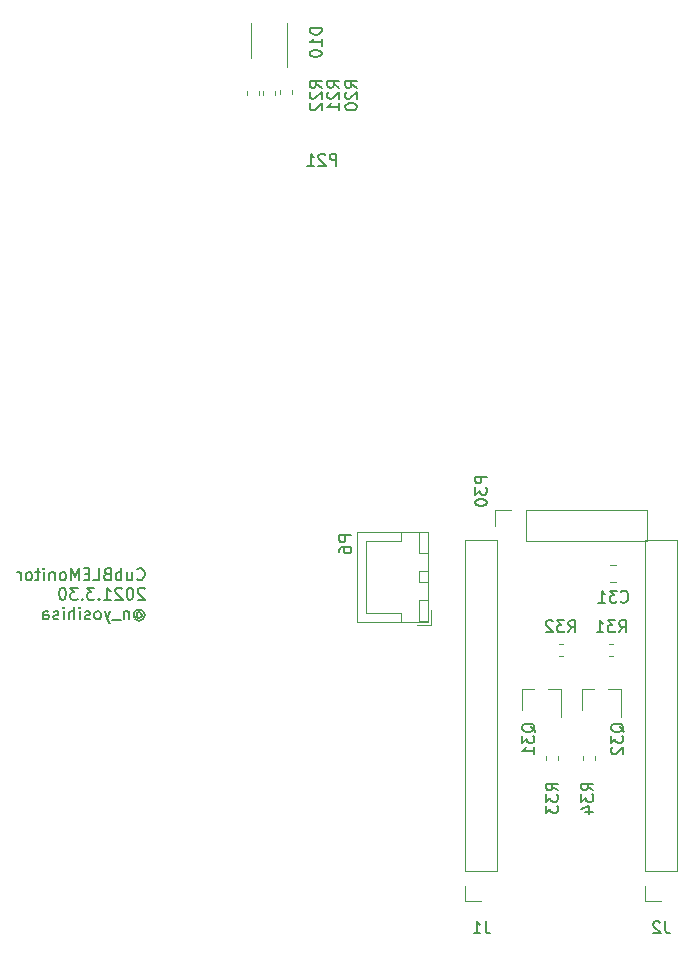
<source format=gbo>
%TF.GenerationSoftware,KiCad,Pcbnew,(5.1.6)-1*%
%TF.CreationDate,2021-03-30T00:51:02+09:00*%
%TF.ProjectId,CubBELMonitor,43756242-454c-44d6-9f6e-69746f722e6b,rev?*%
%TF.SameCoordinates,Original*%
%TF.FileFunction,Legend,Bot*%
%TF.FilePolarity,Positive*%
%FSLAX46Y46*%
G04 Gerber Fmt 4.6, Leading zero omitted, Abs format (unit mm)*
G04 Created by KiCad (PCBNEW (5.1.6)-1) date 2021-03-30 00:51:02*
%MOMM*%
%LPD*%
G01*
G04 APERTURE LIST*
%ADD10C,0.150000*%
%ADD11C,0.120000*%
%ADD12O,1.950000X1.700000*%
%ADD13O,2.000000X1.700000*%
%ADD14R,1.200000X4.000000*%
%ADD15R,0.800000X0.900000*%
%ADD16R,1.700000X1.700000*%
%ADD17O,1.700000X1.700000*%
%ADD18O,1.700000X1.950000*%
%ADD19O,1.700000X2.000000*%
%ADD20R,0.500000X1.600000*%
G04 APERTURE END LIST*
D10*
X113842976Y-79957142D02*
X113890595Y-80004761D01*
X114033452Y-80052380D01*
X114128690Y-80052380D01*
X114271547Y-80004761D01*
X114366785Y-79909523D01*
X114414404Y-79814285D01*
X114462023Y-79623809D01*
X114462023Y-79480952D01*
X114414404Y-79290476D01*
X114366785Y-79195238D01*
X114271547Y-79100000D01*
X114128690Y-79052380D01*
X114033452Y-79052380D01*
X113890595Y-79100000D01*
X113842976Y-79147619D01*
X112985833Y-79385714D02*
X112985833Y-80052380D01*
X113414404Y-79385714D02*
X113414404Y-79909523D01*
X113366785Y-80004761D01*
X113271547Y-80052380D01*
X113128690Y-80052380D01*
X113033452Y-80004761D01*
X112985833Y-79957142D01*
X112509642Y-80052380D02*
X112509642Y-79052380D01*
X112509642Y-79433333D02*
X112414404Y-79385714D01*
X112223928Y-79385714D01*
X112128690Y-79433333D01*
X112081071Y-79480952D01*
X112033452Y-79576190D01*
X112033452Y-79861904D01*
X112081071Y-79957142D01*
X112128690Y-80004761D01*
X112223928Y-80052380D01*
X112414404Y-80052380D01*
X112509642Y-80004761D01*
X111271547Y-79528571D02*
X111128690Y-79576190D01*
X111081071Y-79623809D01*
X111033452Y-79719047D01*
X111033452Y-79861904D01*
X111081071Y-79957142D01*
X111128690Y-80004761D01*
X111223928Y-80052380D01*
X111604880Y-80052380D01*
X111604880Y-79052380D01*
X111271547Y-79052380D01*
X111176309Y-79100000D01*
X111128690Y-79147619D01*
X111081071Y-79242857D01*
X111081071Y-79338095D01*
X111128690Y-79433333D01*
X111176309Y-79480952D01*
X111271547Y-79528571D01*
X111604880Y-79528571D01*
X110128690Y-80052380D02*
X110604880Y-80052380D01*
X110604880Y-79052380D01*
X109795357Y-79528571D02*
X109462023Y-79528571D01*
X109319166Y-80052380D02*
X109795357Y-80052380D01*
X109795357Y-79052380D01*
X109319166Y-79052380D01*
X108890595Y-80052380D02*
X108890595Y-79052380D01*
X108557261Y-79766666D01*
X108223928Y-79052380D01*
X108223928Y-80052380D01*
X107604880Y-80052380D02*
X107700119Y-80004761D01*
X107747738Y-79957142D01*
X107795357Y-79861904D01*
X107795357Y-79576190D01*
X107747738Y-79480952D01*
X107700119Y-79433333D01*
X107604880Y-79385714D01*
X107462023Y-79385714D01*
X107366785Y-79433333D01*
X107319166Y-79480952D01*
X107271547Y-79576190D01*
X107271547Y-79861904D01*
X107319166Y-79957142D01*
X107366785Y-80004761D01*
X107462023Y-80052380D01*
X107604880Y-80052380D01*
X106842976Y-79385714D02*
X106842976Y-80052380D01*
X106842976Y-79480952D02*
X106795357Y-79433333D01*
X106700119Y-79385714D01*
X106557261Y-79385714D01*
X106462023Y-79433333D01*
X106414404Y-79528571D01*
X106414404Y-80052380D01*
X105938214Y-80052380D02*
X105938214Y-79385714D01*
X105938214Y-79052380D02*
X105985833Y-79100000D01*
X105938214Y-79147619D01*
X105890595Y-79100000D01*
X105938214Y-79052380D01*
X105938214Y-79147619D01*
X105604880Y-79385714D02*
X105223928Y-79385714D01*
X105462023Y-79052380D02*
X105462023Y-79909523D01*
X105414404Y-80004761D01*
X105319166Y-80052380D01*
X105223928Y-80052380D01*
X104747738Y-80052380D02*
X104842976Y-80004761D01*
X104890595Y-79957142D01*
X104938214Y-79861904D01*
X104938214Y-79576190D01*
X104890595Y-79480952D01*
X104842976Y-79433333D01*
X104747738Y-79385714D01*
X104604880Y-79385714D01*
X104509642Y-79433333D01*
X104462023Y-79480952D01*
X104414404Y-79576190D01*
X104414404Y-79861904D01*
X104462023Y-79957142D01*
X104509642Y-80004761D01*
X104604880Y-80052380D01*
X104747738Y-80052380D01*
X103985833Y-80052380D02*
X103985833Y-79385714D01*
X103985833Y-79576190D02*
X103938214Y-79480952D01*
X103890595Y-79433333D01*
X103795357Y-79385714D01*
X103700119Y-79385714D01*
X114462023Y-80797619D02*
X114414404Y-80750000D01*
X114319166Y-80702380D01*
X114081071Y-80702380D01*
X113985833Y-80750000D01*
X113938214Y-80797619D01*
X113890595Y-80892857D01*
X113890595Y-80988095D01*
X113938214Y-81130952D01*
X114509642Y-81702380D01*
X113890595Y-81702380D01*
X113271547Y-80702380D02*
X113176309Y-80702380D01*
X113081071Y-80750000D01*
X113033452Y-80797619D01*
X112985833Y-80892857D01*
X112938214Y-81083333D01*
X112938214Y-81321428D01*
X112985833Y-81511904D01*
X113033452Y-81607142D01*
X113081071Y-81654761D01*
X113176309Y-81702380D01*
X113271547Y-81702380D01*
X113366785Y-81654761D01*
X113414404Y-81607142D01*
X113462023Y-81511904D01*
X113509642Y-81321428D01*
X113509642Y-81083333D01*
X113462023Y-80892857D01*
X113414404Y-80797619D01*
X113366785Y-80750000D01*
X113271547Y-80702380D01*
X112557261Y-80797619D02*
X112509642Y-80750000D01*
X112414404Y-80702380D01*
X112176309Y-80702380D01*
X112081071Y-80750000D01*
X112033452Y-80797619D01*
X111985833Y-80892857D01*
X111985833Y-80988095D01*
X112033452Y-81130952D01*
X112604880Y-81702380D01*
X111985833Y-81702380D01*
X111033452Y-81702380D02*
X111604880Y-81702380D01*
X111319166Y-81702380D02*
X111319166Y-80702380D01*
X111414404Y-80845238D01*
X111509642Y-80940476D01*
X111604880Y-80988095D01*
X110604880Y-81607142D02*
X110557261Y-81654761D01*
X110604880Y-81702380D01*
X110652500Y-81654761D01*
X110604880Y-81607142D01*
X110604880Y-81702380D01*
X110223928Y-80702380D02*
X109604880Y-80702380D01*
X109938214Y-81083333D01*
X109795357Y-81083333D01*
X109700119Y-81130952D01*
X109652500Y-81178571D01*
X109604880Y-81273809D01*
X109604880Y-81511904D01*
X109652500Y-81607142D01*
X109700119Y-81654761D01*
X109795357Y-81702380D01*
X110081071Y-81702380D01*
X110176309Y-81654761D01*
X110223928Y-81607142D01*
X109176309Y-81607142D02*
X109128690Y-81654761D01*
X109176309Y-81702380D01*
X109223928Y-81654761D01*
X109176309Y-81607142D01*
X109176309Y-81702380D01*
X108795357Y-80702380D02*
X108176309Y-80702380D01*
X108509642Y-81083333D01*
X108366785Y-81083333D01*
X108271547Y-81130952D01*
X108223928Y-81178571D01*
X108176309Y-81273809D01*
X108176309Y-81511904D01*
X108223928Y-81607142D01*
X108271547Y-81654761D01*
X108366785Y-81702380D01*
X108652500Y-81702380D01*
X108747738Y-81654761D01*
X108795357Y-81607142D01*
X107557261Y-80702380D02*
X107462023Y-80702380D01*
X107366785Y-80750000D01*
X107319166Y-80797619D01*
X107271547Y-80892857D01*
X107223928Y-81083333D01*
X107223928Y-81321428D01*
X107271547Y-81511904D01*
X107319166Y-81607142D01*
X107366785Y-81654761D01*
X107462023Y-81702380D01*
X107557261Y-81702380D01*
X107652500Y-81654761D01*
X107700119Y-81607142D01*
X107747738Y-81511904D01*
X107795357Y-81321428D01*
X107795357Y-81083333D01*
X107747738Y-80892857D01*
X107700119Y-80797619D01*
X107652500Y-80750000D01*
X107557261Y-80702380D01*
X113795357Y-82876190D02*
X113842976Y-82828571D01*
X113938214Y-82780952D01*
X114033452Y-82780952D01*
X114128690Y-82828571D01*
X114176309Y-82876190D01*
X114223928Y-82971428D01*
X114223928Y-83066666D01*
X114176309Y-83161904D01*
X114128690Y-83209523D01*
X114033452Y-83257142D01*
X113938214Y-83257142D01*
X113842976Y-83209523D01*
X113795357Y-83161904D01*
X113795357Y-82780952D02*
X113795357Y-83161904D01*
X113747738Y-83209523D01*
X113700119Y-83209523D01*
X113604880Y-83161904D01*
X113557261Y-83066666D01*
X113557261Y-82828571D01*
X113652500Y-82685714D01*
X113795357Y-82590476D01*
X113985833Y-82542857D01*
X114176309Y-82590476D01*
X114319166Y-82685714D01*
X114414404Y-82828571D01*
X114462023Y-83019047D01*
X114414404Y-83209523D01*
X114319166Y-83352380D01*
X114176309Y-83447619D01*
X113985833Y-83495238D01*
X113795357Y-83447619D01*
X113652500Y-83352380D01*
X113128690Y-82685714D02*
X113128690Y-83352380D01*
X113128690Y-82780952D02*
X113081071Y-82733333D01*
X112985833Y-82685714D01*
X112842976Y-82685714D01*
X112747738Y-82733333D01*
X112700119Y-82828571D01*
X112700119Y-83352380D01*
X112462023Y-83447619D02*
X111700119Y-83447619D01*
X111557261Y-82685714D02*
X111319166Y-83352380D01*
X111081071Y-82685714D02*
X111319166Y-83352380D01*
X111414404Y-83590476D01*
X111462023Y-83638095D01*
X111557261Y-83685714D01*
X110557261Y-83352380D02*
X110652500Y-83304761D01*
X110700119Y-83257142D01*
X110747738Y-83161904D01*
X110747738Y-82876190D01*
X110700119Y-82780952D01*
X110652500Y-82733333D01*
X110557261Y-82685714D01*
X110414404Y-82685714D01*
X110319166Y-82733333D01*
X110271547Y-82780952D01*
X110223928Y-82876190D01*
X110223928Y-83161904D01*
X110271547Y-83257142D01*
X110319166Y-83304761D01*
X110414404Y-83352380D01*
X110557261Y-83352380D01*
X109842976Y-83304761D02*
X109747738Y-83352380D01*
X109557261Y-83352380D01*
X109462023Y-83304761D01*
X109414404Y-83209523D01*
X109414404Y-83161904D01*
X109462023Y-83066666D01*
X109557261Y-83019047D01*
X109700119Y-83019047D01*
X109795357Y-82971428D01*
X109842976Y-82876190D01*
X109842976Y-82828571D01*
X109795357Y-82733333D01*
X109700119Y-82685714D01*
X109557261Y-82685714D01*
X109462023Y-82733333D01*
X108985833Y-83352380D02*
X108985833Y-82685714D01*
X108985833Y-82352380D02*
X109033452Y-82400000D01*
X108985833Y-82447619D01*
X108938214Y-82400000D01*
X108985833Y-82352380D01*
X108985833Y-82447619D01*
X108509642Y-83352380D02*
X108509642Y-82352380D01*
X108081071Y-83352380D02*
X108081071Y-82828571D01*
X108128690Y-82733333D01*
X108223928Y-82685714D01*
X108366785Y-82685714D01*
X108462023Y-82733333D01*
X108509642Y-82780952D01*
X107604880Y-83352380D02*
X107604880Y-82685714D01*
X107604880Y-82352380D02*
X107652500Y-82400000D01*
X107604880Y-82447619D01*
X107557261Y-82400000D01*
X107604880Y-82352380D01*
X107604880Y-82447619D01*
X107176309Y-83304761D02*
X107081071Y-83352380D01*
X106890595Y-83352380D01*
X106795357Y-83304761D01*
X106747738Y-83209523D01*
X106747738Y-83161904D01*
X106795357Y-83066666D01*
X106890595Y-83019047D01*
X107033452Y-83019047D01*
X107128690Y-82971428D01*
X107176309Y-82876190D01*
X107176309Y-82828571D01*
X107128690Y-82733333D01*
X107033452Y-82685714D01*
X106890595Y-82685714D01*
X106795357Y-82733333D01*
X105890595Y-83352380D02*
X105890595Y-82828571D01*
X105938214Y-82733333D01*
X106033452Y-82685714D01*
X106223928Y-82685714D01*
X106319166Y-82733333D01*
X105890595Y-83304761D02*
X105985833Y-83352380D01*
X106223928Y-83352380D01*
X106319166Y-83304761D01*
X106366785Y-83209523D01*
X106366785Y-83114285D01*
X106319166Y-83019047D01*
X106223928Y-82971428D01*
X105985833Y-82971428D01*
X105890595Y-82923809D01*
D11*
%TO.C,P6*%
X138460000Y-83560000D02*
X132490000Y-83560000D01*
X132490000Y-83560000D02*
X132490000Y-75940000D01*
X132490000Y-75940000D02*
X138460000Y-75940000D01*
X138460000Y-75940000D02*
X138460000Y-83560000D01*
X138450000Y-80250000D02*
X137700000Y-80250000D01*
X137700000Y-80250000D02*
X137700000Y-79250000D01*
X137700000Y-79250000D02*
X138450000Y-79250000D01*
X138450000Y-79250000D02*
X138450000Y-80250000D01*
X138450000Y-83550000D02*
X137700000Y-83550000D01*
X137700000Y-83550000D02*
X137700000Y-81750000D01*
X137700000Y-81750000D02*
X138450000Y-81750000D01*
X138450000Y-81750000D02*
X138450000Y-83550000D01*
X138450000Y-77750000D02*
X137700000Y-77750000D01*
X137700000Y-77750000D02*
X137700000Y-75950000D01*
X137700000Y-75950000D02*
X138450000Y-75950000D01*
X138450000Y-75950000D02*
X138450000Y-77750000D01*
X136200000Y-83550000D02*
X136200000Y-82800000D01*
X136200000Y-82800000D02*
X133250000Y-82800000D01*
X133250000Y-82800000D02*
X133250000Y-79750000D01*
X136200000Y-75950000D02*
X136200000Y-76700000D01*
X136200000Y-76700000D02*
X133250000Y-76700000D01*
X133250000Y-76700000D02*
X133250000Y-79750000D01*
X138750000Y-82600000D02*
X138750000Y-83850000D01*
X138750000Y-83850000D02*
X137500000Y-83850000D01*
%TO.C,R34*%
X151594000Y-95246267D02*
X151594000Y-94903733D01*
X152614000Y-95246267D02*
X152614000Y-94903733D01*
%TO.C,R33*%
X149510000Y-94928733D02*
X149510000Y-95271267D01*
X148490000Y-94928733D02*
X148490000Y-95271267D01*
%TO.C,R32*%
X149533733Y-85420000D02*
X149876267Y-85420000D01*
X149533733Y-86440000D02*
X149876267Y-86440000D01*
%TO.C,R31*%
X154166267Y-86440000D02*
X153823733Y-86440000D01*
X154166267Y-85420000D02*
X153823733Y-85420000D01*
%TO.C,R22*%
X124123000Y-38612733D02*
X124123000Y-38955267D01*
X123103000Y-38612733D02*
X123103000Y-38955267D01*
%TO.C,R21*%
X125520000Y-38612733D02*
X125520000Y-38955267D01*
X124500000Y-38612733D02*
X124500000Y-38955267D01*
%TO.C,R20*%
X126917000Y-38584733D02*
X126917000Y-38927267D01*
X125897000Y-38584733D02*
X125897000Y-38927267D01*
%TO.C,Q32*%
X151470000Y-89228000D02*
X152520000Y-89228000D01*
X151470000Y-91028000D02*
X151470000Y-89228000D01*
X154770000Y-89228000D02*
X153720000Y-89228000D01*
X154770000Y-91628000D02*
X154770000Y-89228000D01*
%TO.C,Q31*%
X146390000Y-89228000D02*
X147440000Y-89228000D01*
X146390000Y-91028000D02*
X146390000Y-89228000D01*
X149690000Y-89228000D02*
X148640000Y-89228000D01*
X149690000Y-91628000D02*
X149690000Y-89228000D01*
%TO.C,P30*%
X144170000Y-74110000D02*
X144170000Y-75440000D01*
X145500000Y-74110000D02*
X144170000Y-74110000D01*
X146770000Y-74110000D02*
X146770000Y-76770000D01*
X146770000Y-76770000D02*
X156990000Y-76770000D01*
X146770000Y-74110000D02*
X156990000Y-74110000D01*
X156990000Y-74110000D02*
X156990000Y-76770000D01*
%TO.C,J2*%
X156870000Y-107250000D02*
X158200000Y-107250000D01*
X156870000Y-105920000D02*
X156870000Y-107250000D01*
X156870000Y-104650000D02*
X159530000Y-104650000D01*
X159530000Y-104650000D02*
X159530000Y-76650000D01*
X156870000Y-104650000D02*
X156870000Y-76650000D01*
X156870000Y-76650000D02*
X159530000Y-76650000D01*
%TO.C,J1*%
X141630000Y-107250000D02*
X142960000Y-107250000D01*
X141630000Y-105920000D02*
X141630000Y-107250000D01*
X141630000Y-104650000D02*
X144290000Y-104650000D01*
X144290000Y-104650000D02*
X144290000Y-76650000D01*
X141630000Y-104650000D02*
X141630000Y-76650000D01*
X141630000Y-76650000D02*
X144290000Y-76650000D01*
%TO.C,D10*%
X123500000Y-35874000D02*
X123500000Y-32874000D01*
X126520000Y-36574000D02*
X126520000Y-32874000D01*
%TO.C,C31*%
X153883748Y-78794000D02*
X154406252Y-78794000D01*
X153883748Y-80214000D02*
X154406252Y-80214000D01*
%TO.C,P6*%
D10*
X131952380Y-76261904D02*
X130952380Y-76261904D01*
X130952380Y-76642857D01*
X131000000Y-76738095D01*
X131047619Y-76785714D01*
X131142857Y-76833333D01*
X131285714Y-76833333D01*
X131380952Y-76785714D01*
X131428571Y-76738095D01*
X131476190Y-76642857D01*
X131476190Y-76261904D01*
X130952380Y-77690476D02*
X130952380Y-77500000D01*
X131000000Y-77404761D01*
X131047619Y-77357142D01*
X131190476Y-77261904D01*
X131380952Y-77214285D01*
X131761904Y-77214285D01*
X131857142Y-77261904D01*
X131904761Y-77309523D01*
X131952380Y-77404761D01*
X131952380Y-77595238D01*
X131904761Y-77690476D01*
X131857142Y-77738095D01*
X131761904Y-77785714D01*
X131523809Y-77785714D01*
X131428571Y-77738095D01*
X131380952Y-77690476D01*
X131333333Y-77595238D01*
X131333333Y-77404761D01*
X131380952Y-77309523D01*
X131428571Y-77261904D01*
X131523809Y-77214285D01*
%TO.C,P21*%
X130714285Y-44952380D02*
X130714285Y-43952380D01*
X130333333Y-43952380D01*
X130238095Y-44000000D01*
X130190476Y-44047619D01*
X130142857Y-44142857D01*
X130142857Y-44285714D01*
X130190476Y-44380952D01*
X130238095Y-44428571D01*
X130333333Y-44476190D01*
X130714285Y-44476190D01*
X129761904Y-44047619D02*
X129714285Y-44000000D01*
X129619047Y-43952380D01*
X129380952Y-43952380D01*
X129285714Y-44000000D01*
X129238095Y-44047619D01*
X129190476Y-44142857D01*
X129190476Y-44238095D01*
X129238095Y-44380952D01*
X129809523Y-44952380D01*
X129190476Y-44952380D01*
X128238095Y-44952380D02*
X128809523Y-44952380D01*
X128523809Y-44952380D02*
X128523809Y-43952380D01*
X128619047Y-44095238D01*
X128714285Y-44190476D01*
X128809523Y-44238095D01*
%TO.C,R34*%
X152452380Y-97857142D02*
X151976190Y-97523809D01*
X152452380Y-97285714D02*
X151452380Y-97285714D01*
X151452380Y-97666666D01*
X151500000Y-97761904D01*
X151547619Y-97809523D01*
X151642857Y-97857142D01*
X151785714Y-97857142D01*
X151880952Y-97809523D01*
X151928571Y-97761904D01*
X151976190Y-97666666D01*
X151976190Y-97285714D01*
X151452380Y-98190476D02*
X151452380Y-98809523D01*
X151833333Y-98476190D01*
X151833333Y-98619047D01*
X151880952Y-98714285D01*
X151928571Y-98761904D01*
X152023809Y-98809523D01*
X152261904Y-98809523D01*
X152357142Y-98761904D01*
X152404761Y-98714285D01*
X152452380Y-98619047D01*
X152452380Y-98333333D01*
X152404761Y-98238095D01*
X152357142Y-98190476D01*
X151785714Y-99666666D02*
X152452380Y-99666666D01*
X151404761Y-99428571D02*
X152119047Y-99190476D01*
X152119047Y-99809523D01*
%TO.C,R33*%
X149452380Y-97857142D02*
X148976190Y-97523809D01*
X149452380Y-97285714D02*
X148452380Y-97285714D01*
X148452380Y-97666666D01*
X148500000Y-97761904D01*
X148547619Y-97809523D01*
X148642857Y-97857142D01*
X148785714Y-97857142D01*
X148880952Y-97809523D01*
X148928571Y-97761904D01*
X148976190Y-97666666D01*
X148976190Y-97285714D01*
X148452380Y-98190476D02*
X148452380Y-98809523D01*
X148833333Y-98476190D01*
X148833333Y-98619047D01*
X148880952Y-98714285D01*
X148928571Y-98761904D01*
X149023809Y-98809523D01*
X149261904Y-98809523D01*
X149357142Y-98761904D01*
X149404761Y-98714285D01*
X149452380Y-98619047D01*
X149452380Y-98333333D01*
X149404761Y-98238095D01*
X149357142Y-98190476D01*
X148452380Y-99142857D02*
X148452380Y-99761904D01*
X148833333Y-99428571D01*
X148833333Y-99571428D01*
X148880952Y-99666666D01*
X148928571Y-99714285D01*
X149023809Y-99761904D01*
X149261904Y-99761904D01*
X149357142Y-99714285D01*
X149404761Y-99666666D01*
X149452380Y-99571428D01*
X149452380Y-99285714D01*
X149404761Y-99190476D01*
X149357142Y-99142857D01*
%TO.C,R32*%
X150347857Y-84452380D02*
X150681190Y-83976190D01*
X150919285Y-84452380D02*
X150919285Y-83452380D01*
X150538333Y-83452380D01*
X150443095Y-83500000D01*
X150395476Y-83547619D01*
X150347857Y-83642857D01*
X150347857Y-83785714D01*
X150395476Y-83880952D01*
X150443095Y-83928571D01*
X150538333Y-83976190D01*
X150919285Y-83976190D01*
X150014523Y-83452380D02*
X149395476Y-83452380D01*
X149728809Y-83833333D01*
X149585952Y-83833333D01*
X149490714Y-83880952D01*
X149443095Y-83928571D01*
X149395476Y-84023809D01*
X149395476Y-84261904D01*
X149443095Y-84357142D01*
X149490714Y-84404761D01*
X149585952Y-84452380D01*
X149871666Y-84452380D01*
X149966904Y-84404761D01*
X150014523Y-84357142D01*
X149014523Y-83547619D02*
X148966904Y-83500000D01*
X148871666Y-83452380D01*
X148633571Y-83452380D01*
X148538333Y-83500000D01*
X148490714Y-83547619D01*
X148443095Y-83642857D01*
X148443095Y-83738095D01*
X148490714Y-83880952D01*
X149062142Y-84452380D01*
X148443095Y-84452380D01*
%TO.C,R31*%
X154637857Y-84452380D02*
X154971190Y-83976190D01*
X155209285Y-84452380D02*
X155209285Y-83452380D01*
X154828333Y-83452380D01*
X154733095Y-83500000D01*
X154685476Y-83547619D01*
X154637857Y-83642857D01*
X154637857Y-83785714D01*
X154685476Y-83880952D01*
X154733095Y-83928571D01*
X154828333Y-83976190D01*
X155209285Y-83976190D01*
X154304523Y-83452380D02*
X153685476Y-83452380D01*
X154018809Y-83833333D01*
X153875952Y-83833333D01*
X153780714Y-83880952D01*
X153733095Y-83928571D01*
X153685476Y-84023809D01*
X153685476Y-84261904D01*
X153733095Y-84357142D01*
X153780714Y-84404761D01*
X153875952Y-84452380D01*
X154161666Y-84452380D01*
X154256904Y-84404761D01*
X154304523Y-84357142D01*
X152733095Y-84452380D02*
X153304523Y-84452380D01*
X153018809Y-84452380D02*
X153018809Y-83452380D01*
X153114047Y-83595238D01*
X153209285Y-83690476D01*
X153304523Y-83738095D01*
%TO.C,R22*%
X129452380Y-38357142D02*
X128976190Y-38023809D01*
X129452380Y-37785714D02*
X128452380Y-37785714D01*
X128452380Y-38166666D01*
X128500000Y-38261904D01*
X128547619Y-38309523D01*
X128642857Y-38357142D01*
X128785714Y-38357142D01*
X128880952Y-38309523D01*
X128928571Y-38261904D01*
X128976190Y-38166666D01*
X128976190Y-37785714D01*
X128547619Y-38738095D02*
X128500000Y-38785714D01*
X128452380Y-38880952D01*
X128452380Y-39119047D01*
X128500000Y-39214285D01*
X128547619Y-39261904D01*
X128642857Y-39309523D01*
X128738095Y-39309523D01*
X128880952Y-39261904D01*
X129452380Y-38690476D01*
X129452380Y-39309523D01*
X128547619Y-39690476D02*
X128500000Y-39738095D01*
X128452380Y-39833333D01*
X128452380Y-40071428D01*
X128500000Y-40166666D01*
X128547619Y-40214285D01*
X128642857Y-40261904D01*
X128738095Y-40261904D01*
X128880952Y-40214285D01*
X129452380Y-39642857D01*
X129452380Y-40261904D01*
%TO.C,R21*%
X130952380Y-38357142D02*
X130476190Y-38023809D01*
X130952380Y-37785714D02*
X129952380Y-37785714D01*
X129952380Y-38166666D01*
X130000000Y-38261904D01*
X130047619Y-38309523D01*
X130142857Y-38357142D01*
X130285714Y-38357142D01*
X130380952Y-38309523D01*
X130428571Y-38261904D01*
X130476190Y-38166666D01*
X130476190Y-37785714D01*
X130047619Y-38738095D02*
X130000000Y-38785714D01*
X129952380Y-38880952D01*
X129952380Y-39119047D01*
X130000000Y-39214285D01*
X130047619Y-39261904D01*
X130142857Y-39309523D01*
X130238095Y-39309523D01*
X130380952Y-39261904D01*
X130952380Y-38690476D01*
X130952380Y-39309523D01*
X130952380Y-40261904D02*
X130952380Y-39690476D01*
X130952380Y-39976190D02*
X129952380Y-39976190D01*
X130095238Y-39880952D01*
X130190476Y-39785714D01*
X130238095Y-39690476D01*
%TO.C,R20*%
X132452380Y-38357142D02*
X131976190Y-38023809D01*
X132452380Y-37785714D02*
X131452380Y-37785714D01*
X131452380Y-38166666D01*
X131500000Y-38261904D01*
X131547619Y-38309523D01*
X131642857Y-38357142D01*
X131785714Y-38357142D01*
X131880952Y-38309523D01*
X131928571Y-38261904D01*
X131976190Y-38166666D01*
X131976190Y-37785714D01*
X131547619Y-38738095D02*
X131500000Y-38785714D01*
X131452380Y-38880952D01*
X131452380Y-39119047D01*
X131500000Y-39214285D01*
X131547619Y-39261904D01*
X131642857Y-39309523D01*
X131738095Y-39309523D01*
X131880952Y-39261904D01*
X132452380Y-38690476D01*
X132452380Y-39309523D01*
X131452380Y-39928571D02*
X131452380Y-40023809D01*
X131500000Y-40119047D01*
X131547619Y-40166666D01*
X131642857Y-40214285D01*
X131833333Y-40261904D01*
X132071428Y-40261904D01*
X132261904Y-40214285D01*
X132357142Y-40166666D01*
X132404761Y-40119047D01*
X132452380Y-40023809D01*
X132452380Y-39928571D01*
X132404761Y-39833333D01*
X132357142Y-39785714D01*
X132261904Y-39738095D01*
X132071428Y-39690476D01*
X131833333Y-39690476D01*
X131642857Y-39738095D01*
X131547619Y-39785714D01*
X131500000Y-39833333D01*
X131452380Y-39928571D01*
%TO.C,Q32*%
X155047619Y-92928571D02*
X155000000Y-92833333D01*
X154904761Y-92738095D01*
X154761904Y-92595238D01*
X154714285Y-92500000D01*
X154714285Y-92404761D01*
X154952380Y-92452380D02*
X154904761Y-92357142D01*
X154809523Y-92261904D01*
X154619047Y-92214285D01*
X154285714Y-92214285D01*
X154095238Y-92261904D01*
X154000000Y-92357142D01*
X153952380Y-92452380D01*
X153952380Y-92642857D01*
X154000000Y-92738095D01*
X154095238Y-92833333D01*
X154285714Y-92880952D01*
X154619047Y-92880952D01*
X154809523Y-92833333D01*
X154904761Y-92738095D01*
X154952380Y-92642857D01*
X154952380Y-92452380D01*
X153952380Y-93214285D02*
X153952380Y-93833333D01*
X154333333Y-93500000D01*
X154333333Y-93642857D01*
X154380952Y-93738095D01*
X154428571Y-93785714D01*
X154523809Y-93833333D01*
X154761904Y-93833333D01*
X154857142Y-93785714D01*
X154904761Y-93738095D01*
X154952380Y-93642857D01*
X154952380Y-93357142D01*
X154904761Y-93261904D01*
X154857142Y-93214285D01*
X154047619Y-94214285D02*
X154000000Y-94261904D01*
X153952380Y-94357142D01*
X153952380Y-94595238D01*
X154000000Y-94690476D01*
X154047619Y-94738095D01*
X154142857Y-94785714D01*
X154238095Y-94785714D01*
X154380952Y-94738095D01*
X154952380Y-94166666D01*
X154952380Y-94785714D01*
%TO.C,Q31*%
X147547619Y-92928571D02*
X147500000Y-92833333D01*
X147404761Y-92738095D01*
X147261904Y-92595238D01*
X147214285Y-92500000D01*
X147214285Y-92404761D01*
X147452380Y-92452380D02*
X147404761Y-92357142D01*
X147309523Y-92261904D01*
X147119047Y-92214285D01*
X146785714Y-92214285D01*
X146595238Y-92261904D01*
X146500000Y-92357142D01*
X146452380Y-92452380D01*
X146452380Y-92642857D01*
X146500000Y-92738095D01*
X146595238Y-92833333D01*
X146785714Y-92880952D01*
X147119047Y-92880952D01*
X147309523Y-92833333D01*
X147404761Y-92738095D01*
X147452380Y-92642857D01*
X147452380Y-92452380D01*
X146452380Y-93214285D02*
X146452380Y-93833333D01*
X146833333Y-93500000D01*
X146833333Y-93642857D01*
X146880952Y-93738095D01*
X146928571Y-93785714D01*
X147023809Y-93833333D01*
X147261904Y-93833333D01*
X147357142Y-93785714D01*
X147404761Y-93738095D01*
X147452380Y-93642857D01*
X147452380Y-93357142D01*
X147404761Y-93261904D01*
X147357142Y-93214285D01*
X147452380Y-94785714D02*
X147452380Y-94214285D01*
X147452380Y-94500000D02*
X146452380Y-94500000D01*
X146595238Y-94404761D01*
X146690476Y-94309523D01*
X146738095Y-94214285D01*
%TO.C,P30*%
X143452380Y-71285714D02*
X142452380Y-71285714D01*
X142452380Y-71666666D01*
X142500000Y-71761904D01*
X142547619Y-71809523D01*
X142642857Y-71857142D01*
X142785714Y-71857142D01*
X142880952Y-71809523D01*
X142928571Y-71761904D01*
X142976190Y-71666666D01*
X142976190Y-71285714D01*
X142452380Y-72190476D02*
X142452380Y-72809523D01*
X142833333Y-72476190D01*
X142833333Y-72619047D01*
X142880952Y-72714285D01*
X142928571Y-72761904D01*
X143023809Y-72809523D01*
X143261904Y-72809523D01*
X143357142Y-72761904D01*
X143404761Y-72714285D01*
X143452380Y-72619047D01*
X143452380Y-72333333D01*
X143404761Y-72238095D01*
X143357142Y-72190476D01*
X142452380Y-73428571D02*
X142452380Y-73523809D01*
X142500000Y-73619047D01*
X142547619Y-73666666D01*
X142642857Y-73714285D01*
X142833333Y-73761904D01*
X143071428Y-73761904D01*
X143261904Y-73714285D01*
X143357142Y-73666666D01*
X143404761Y-73619047D01*
X143452380Y-73523809D01*
X143452380Y-73428571D01*
X143404761Y-73333333D01*
X143357142Y-73285714D01*
X143261904Y-73238095D01*
X143071428Y-73190476D01*
X142833333Y-73190476D01*
X142642857Y-73238095D01*
X142547619Y-73285714D01*
X142500000Y-73333333D01*
X142452380Y-73428571D01*
%TO.C,J2*%
X158533333Y-108952380D02*
X158533333Y-109666666D01*
X158580952Y-109809523D01*
X158676190Y-109904761D01*
X158819047Y-109952380D01*
X158914285Y-109952380D01*
X158104761Y-109047619D02*
X158057142Y-109000000D01*
X157961904Y-108952380D01*
X157723809Y-108952380D01*
X157628571Y-109000000D01*
X157580952Y-109047619D01*
X157533333Y-109142857D01*
X157533333Y-109238095D01*
X157580952Y-109380952D01*
X158152380Y-109952380D01*
X157533333Y-109952380D01*
%TO.C,J1*%
X143333333Y-108952380D02*
X143333333Y-109666666D01*
X143380952Y-109809523D01*
X143476190Y-109904761D01*
X143619047Y-109952380D01*
X143714285Y-109952380D01*
X142333333Y-109952380D02*
X142904761Y-109952380D01*
X142619047Y-109952380D02*
X142619047Y-108952380D01*
X142714285Y-109095238D01*
X142809523Y-109190476D01*
X142904761Y-109238095D01*
%TO.C,D10*%
X129452380Y-33285714D02*
X128452380Y-33285714D01*
X128452380Y-33523809D01*
X128500000Y-33666666D01*
X128595238Y-33761904D01*
X128690476Y-33809523D01*
X128880952Y-33857142D01*
X129023809Y-33857142D01*
X129214285Y-33809523D01*
X129309523Y-33761904D01*
X129404761Y-33666666D01*
X129452380Y-33523809D01*
X129452380Y-33285714D01*
X129452380Y-34809523D02*
X129452380Y-34238095D01*
X129452380Y-34523809D02*
X128452380Y-34523809D01*
X128595238Y-34428571D01*
X128690476Y-34333333D01*
X128738095Y-34238095D01*
X128452380Y-35428571D02*
X128452380Y-35523809D01*
X128500000Y-35619047D01*
X128547619Y-35666666D01*
X128642857Y-35714285D01*
X128833333Y-35761904D01*
X129071428Y-35761904D01*
X129261904Y-35714285D01*
X129357142Y-35666666D01*
X129404761Y-35619047D01*
X129452380Y-35523809D01*
X129452380Y-35428571D01*
X129404761Y-35333333D01*
X129357142Y-35285714D01*
X129261904Y-35238095D01*
X129071428Y-35190476D01*
X128833333Y-35190476D01*
X128642857Y-35238095D01*
X128547619Y-35285714D01*
X128500000Y-35333333D01*
X128452380Y-35428571D01*
%TO.C,C31*%
X154787857Y-81857142D02*
X154835476Y-81904761D01*
X154978333Y-81952380D01*
X155073571Y-81952380D01*
X155216428Y-81904761D01*
X155311666Y-81809523D01*
X155359285Y-81714285D01*
X155406904Y-81523809D01*
X155406904Y-81380952D01*
X155359285Y-81190476D01*
X155311666Y-81095238D01*
X155216428Y-81000000D01*
X155073571Y-80952380D01*
X154978333Y-80952380D01*
X154835476Y-81000000D01*
X154787857Y-81047619D01*
X154454523Y-80952380D02*
X153835476Y-80952380D01*
X154168809Y-81333333D01*
X154025952Y-81333333D01*
X153930714Y-81380952D01*
X153883095Y-81428571D01*
X153835476Y-81523809D01*
X153835476Y-81761904D01*
X153883095Y-81857142D01*
X153930714Y-81904761D01*
X154025952Y-81952380D01*
X154311666Y-81952380D01*
X154406904Y-81904761D01*
X154454523Y-81857142D01*
X152883095Y-81952380D02*
X153454523Y-81952380D01*
X153168809Y-81952380D02*
X153168809Y-80952380D01*
X153264047Y-81095238D01*
X153359285Y-81190476D01*
X153454523Y-81238095D01*
%TD*%
%LPC*%
D12*
%TO.C,P2*%
X70000000Y-77500000D03*
X70000000Y-75000000D03*
X70000000Y-72500000D03*
G36*
G01*
X69275000Y-69150000D02*
X70725000Y-69150000D01*
G75*
G02*
X70975000Y-69400000I0J-250000D01*
G01*
X70975000Y-70600000D01*
G75*
G02*
X70725000Y-70850000I-250000J0D01*
G01*
X69275000Y-70850000D01*
G75*
G02*
X69025000Y-70600000I0J250000D01*
G01*
X69025000Y-69400000D01*
G75*
G02*
X69275000Y-69150000I250000J0D01*
G01*
G37*
%TD*%
D13*
%TO.C,P6*%
X136000000Y-78500000D03*
G36*
G01*
X136750000Y-81850000D02*
X135250000Y-81850000D01*
G75*
G02*
X135000000Y-81600000I0J250000D01*
G01*
X135000000Y-80400000D01*
G75*
G02*
X135250000Y-80150000I250000J0D01*
G01*
X136750000Y-80150000D01*
G75*
G02*
X137000000Y-80400000I0J-250000D01*
G01*
X137000000Y-81600000D01*
G75*
G02*
X136750000Y-81850000I-250000J0D01*
G01*
G37*
%TD*%
D14*
%TO.C,P21*%
X125645000Y-43088000D03*
X123105000Y-43088000D03*
%TD*%
%TO.C,R34*%
G36*
G01*
X152341500Y-96475000D02*
X151866500Y-96475000D01*
G75*
G02*
X151629000Y-96237500I0J237500D01*
G01*
X151629000Y-95662500D01*
G75*
G02*
X151866500Y-95425000I237500J0D01*
G01*
X152341500Y-95425000D01*
G75*
G02*
X152579000Y-95662500I0J-237500D01*
G01*
X152579000Y-96237500D01*
G75*
G02*
X152341500Y-96475000I-237500J0D01*
G01*
G37*
G36*
G01*
X152341500Y-94725000D02*
X151866500Y-94725000D01*
G75*
G02*
X151629000Y-94487500I0J237500D01*
G01*
X151629000Y-93912500D01*
G75*
G02*
X151866500Y-93675000I237500J0D01*
G01*
X152341500Y-93675000D01*
G75*
G02*
X152579000Y-93912500I0J-237500D01*
G01*
X152579000Y-94487500D01*
G75*
G02*
X152341500Y-94725000I-237500J0D01*
G01*
G37*
%TD*%
%TO.C,R33*%
G36*
G01*
X148762500Y-93700000D02*
X149237500Y-93700000D01*
G75*
G02*
X149475000Y-93937500I0J-237500D01*
G01*
X149475000Y-94512500D01*
G75*
G02*
X149237500Y-94750000I-237500J0D01*
G01*
X148762500Y-94750000D01*
G75*
G02*
X148525000Y-94512500I0J237500D01*
G01*
X148525000Y-93937500D01*
G75*
G02*
X148762500Y-93700000I237500J0D01*
G01*
G37*
G36*
G01*
X148762500Y-95450000D02*
X149237500Y-95450000D01*
G75*
G02*
X149475000Y-95687500I0J-237500D01*
G01*
X149475000Y-96262500D01*
G75*
G02*
X149237500Y-96500000I-237500J0D01*
G01*
X148762500Y-96500000D01*
G75*
G02*
X148525000Y-96262500I0J237500D01*
G01*
X148525000Y-95687500D01*
G75*
G02*
X148762500Y-95450000I237500J0D01*
G01*
G37*
%TD*%
%TO.C,R32*%
G36*
G01*
X148305000Y-86167500D02*
X148305000Y-85692500D01*
G75*
G02*
X148542500Y-85455000I237500J0D01*
G01*
X149117500Y-85455000D01*
G75*
G02*
X149355000Y-85692500I0J-237500D01*
G01*
X149355000Y-86167500D01*
G75*
G02*
X149117500Y-86405000I-237500J0D01*
G01*
X148542500Y-86405000D01*
G75*
G02*
X148305000Y-86167500I0J237500D01*
G01*
G37*
G36*
G01*
X150055000Y-86167500D02*
X150055000Y-85692500D01*
G75*
G02*
X150292500Y-85455000I237500J0D01*
G01*
X150867500Y-85455000D01*
G75*
G02*
X151105000Y-85692500I0J-237500D01*
G01*
X151105000Y-86167500D01*
G75*
G02*
X150867500Y-86405000I-237500J0D01*
G01*
X150292500Y-86405000D01*
G75*
G02*
X150055000Y-86167500I0J237500D01*
G01*
G37*
%TD*%
%TO.C,R31*%
G36*
G01*
X155395000Y-85692500D02*
X155395000Y-86167500D01*
G75*
G02*
X155157500Y-86405000I-237500J0D01*
G01*
X154582500Y-86405000D01*
G75*
G02*
X154345000Y-86167500I0J237500D01*
G01*
X154345000Y-85692500D01*
G75*
G02*
X154582500Y-85455000I237500J0D01*
G01*
X155157500Y-85455000D01*
G75*
G02*
X155395000Y-85692500I0J-237500D01*
G01*
G37*
G36*
G01*
X153645000Y-85692500D02*
X153645000Y-86167500D01*
G75*
G02*
X153407500Y-86405000I-237500J0D01*
G01*
X152832500Y-86405000D01*
G75*
G02*
X152595000Y-86167500I0J237500D01*
G01*
X152595000Y-85692500D01*
G75*
G02*
X152832500Y-85455000I237500J0D01*
G01*
X153407500Y-85455000D01*
G75*
G02*
X153645000Y-85692500I0J-237500D01*
G01*
G37*
%TD*%
%TO.C,R22*%
G36*
G01*
X123375500Y-37384000D02*
X123850500Y-37384000D01*
G75*
G02*
X124088000Y-37621500I0J-237500D01*
G01*
X124088000Y-38196500D01*
G75*
G02*
X123850500Y-38434000I-237500J0D01*
G01*
X123375500Y-38434000D01*
G75*
G02*
X123138000Y-38196500I0J237500D01*
G01*
X123138000Y-37621500D01*
G75*
G02*
X123375500Y-37384000I237500J0D01*
G01*
G37*
G36*
G01*
X123375500Y-39134000D02*
X123850500Y-39134000D01*
G75*
G02*
X124088000Y-39371500I0J-237500D01*
G01*
X124088000Y-39946500D01*
G75*
G02*
X123850500Y-40184000I-237500J0D01*
G01*
X123375500Y-40184000D01*
G75*
G02*
X123138000Y-39946500I0J237500D01*
G01*
X123138000Y-39371500D01*
G75*
G02*
X123375500Y-39134000I237500J0D01*
G01*
G37*
%TD*%
%TO.C,R21*%
G36*
G01*
X124772500Y-37384000D02*
X125247500Y-37384000D01*
G75*
G02*
X125485000Y-37621500I0J-237500D01*
G01*
X125485000Y-38196500D01*
G75*
G02*
X125247500Y-38434000I-237500J0D01*
G01*
X124772500Y-38434000D01*
G75*
G02*
X124535000Y-38196500I0J237500D01*
G01*
X124535000Y-37621500D01*
G75*
G02*
X124772500Y-37384000I237500J0D01*
G01*
G37*
G36*
G01*
X124772500Y-39134000D02*
X125247500Y-39134000D01*
G75*
G02*
X125485000Y-39371500I0J-237500D01*
G01*
X125485000Y-39946500D01*
G75*
G02*
X125247500Y-40184000I-237500J0D01*
G01*
X124772500Y-40184000D01*
G75*
G02*
X124535000Y-39946500I0J237500D01*
G01*
X124535000Y-39371500D01*
G75*
G02*
X124772500Y-39134000I237500J0D01*
G01*
G37*
%TD*%
%TO.C,R20*%
G36*
G01*
X126169500Y-37356000D02*
X126644500Y-37356000D01*
G75*
G02*
X126882000Y-37593500I0J-237500D01*
G01*
X126882000Y-38168500D01*
G75*
G02*
X126644500Y-38406000I-237500J0D01*
G01*
X126169500Y-38406000D01*
G75*
G02*
X125932000Y-38168500I0J237500D01*
G01*
X125932000Y-37593500D01*
G75*
G02*
X126169500Y-37356000I237500J0D01*
G01*
G37*
G36*
G01*
X126169500Y-39106000D02*
X126644500Y-39106000D01*
G75*
G02*
X126882000Y-39343500I0J-237500D01*
G01*
X126882000Y-39918500D01*
G75*
G02*
X126644500Y-40156000I-237500J0D01*
G01*
X126169500Y-40156000D01*
G75*
G02*
X125932000Y-39918500I0J237500D01*
G01*
X125932000Y-39343500D01*
G75*
G02*
X126169500Y-39106000I237500J0D01*
G01*
G37*
%TD*%
D15*
%TO.C,Q32*%
X154070000Y-91378000D03*
X152170000Y-91378000D03*
X153120000Y-88978000D03*
%TD*%
%TO.C,Q31*%
X148990000Y-91378000D03*
X147090000Y-91378000D03*
X148040000Y-88978000D03*
%TD*%
D16*
%TO.C,P30*%
X145500000Y-75440000D03*
D17*
X148040000Y-75440000D03*
X150580000Y-75440000D03*
X153120000Y-75440000D03*
X155660000Y-75440000D03*
%TD*%
%TO.C,P5*%
X138000000Y-71250000D03*
X135460000Y-71250000D03*
X132920000Y-71250000D03*
X130380000Y-71250000D03*
D16*
X127840000Y-71250000D03*
%TD*%
D18*
%TO.C,P4*%
X121500000Y-60000000D03*
X124000000Y-60000000D03*
X126500000Y-60000000D03*
G36*
G01*
X129850000Y-59275000D02*
X129850000Y-60725000D01*
G75*
G02*
X129600000Y-60975000I-250000J0D01*
G01*
X128400000Y-60975000D01*
G75*
G02*
X128150000Y-60725000I0J250000D01*
G01*
X128150000Y-59275000D01*
G75*
G02*
X128400000Y-59025000I250000J0D01*
G01*
X129600000Y-59025000D01*
G75*
G02*
X129850000Y-59275000I0J-250000D01*
G01*
G37*
%TD*%
%TO.C,P3*%
G36*
G01*
X71850000Y-59275000D02*
X71850000Y-60725000D01*
G75*
G02*
X71600000Y-60975000I-250000J0D01*
G01*
X70400000Y-60975000D01*
G75*
G02*
X70150000Y-60725000I0J250000D01*
G01*
X70150000Y-59275000D01*
G75*
G02*
X70400000Y-59025000I250000J0D01*
G01*
X71600000Y-59025000D01*
G75*
G02*
X71850000Y-59275000I0J-250000D01*
G01*
G37*
X68500000Y-60000000D03*
X66000000Y-60000000D03*
X63500000Y-60000000D03*
%TD*%
D19*
%TO.C,P1*%
X134500000Y-60000000D03*
G36*
G01*
X137850000Y-59250000D02*
X137850000Y-60750000D01*
G75*
G02*
X137600000Y-61000000I-250000J0D01*
G01*
X136400000Y-61000000D01*
G75*
G02*
X136150000Y-60750000I0J250000D01*
G01*
X136150000Y-59250000D01*
G75*
G02*
X136400000Y-59000000I250000J0D01*
G01*
X137600000Y-59000000D01*
G75*
G02*
X137850000Y-59250000I0J-250000D01*
G01*
G37*
%TD*%
D16*
%TO.C,J2*%
X158200000Y-105920000D03*
D17*
X158200000Y-103380000D03*
X158200000Y-100840000D03*
X158200000Y-98300000D03*
X158200000Y-95760000D03*
X158200000Y-93220000D03*
X158200000Y-90680000D03*
X158200000Y-88140000D03*
X158200000Y-85600000D03*
X158200000Y-83060000D03*
X158200000Y-80520000D03*
X158200000Y-77980000D03*
%TD*%
D16*
%TO.C,J1*%
X142960000Y-105920000D03*
D17*
X142960000Y-103380000D03*
X142960000Y-100840000D03*
X142960000Y-98300000D03*
X142960000Y-95760000D03*
X142960000Y-93220000D03*
X142960000Y-90680000D03*
X142960000Y-88140000D03*
X142960000Y-85600000D03*
X142960000Y-83060000D03*
X142960000Y-80520000D03*
X142960000Y-77980000D03*
%TD*%
D20*
%TO.C,D10*%
X125910000Y-32899000D03*
X125010000Y-32899000D03*
X124110000Y-32899000D03*
X124110000Y-35849000D03*
X125010000Y-35849000D03*
X125910000Y-35849000D03*
%TD*%
%TO.C,C31*%
G36*
G01*
X152545000Y-79954001D02*
X152545000Y-79053999D01*
G75*
G02*
X152794999Y-78804000I249999J0D01*
G01*
X153445001Y-78804000D01*
G75*
G02*
X153695000Y-79053999I0J-249999D01*
G01*
X153695000Y-79954001D01*
G75*
G02*
X153445001Y-80204000I-249999J0D01*
G01*
X152794999Y-80204000D01*
G75*
G02*
X152545000Y-79954001I0J249999D01*
G01*
G37*
G36*
G01*
X154595000Y-79954001D02*
X154595000Y-79053999D01*
G75*
G02*
X154844999Y-78804000I249999J0D01*
G01*
X155495001Y-78804000D01*
G75*
G02*
X155745000Y-79053999I0J-249999D01*
G01*
X155745000Y-79954001D01*
G75*
G02*
X155495001Y-80204000I-249999J0D01*
G01*
X154844999Y-80204000D01*
G75*
G02*
X154595000Y-79954001I0J249999D01*
G01*
G37*
%TD*%
M02*

</source>
